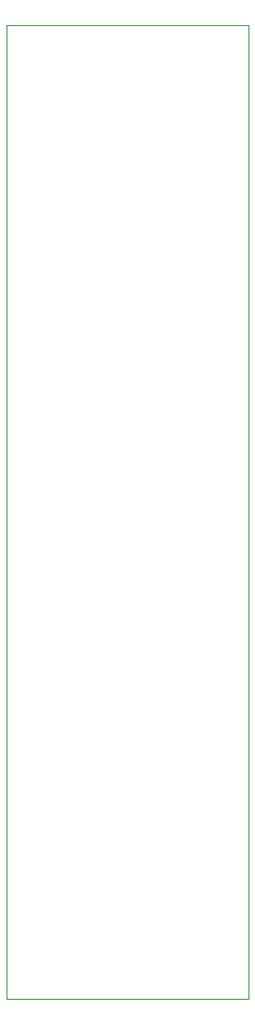
<source format=gbr>
%TF.GenerationSoftware,KiCad,Pcbnew,8.0.3*%
%TF.CreationDate,2024-06-20T16:00:29+02:00*%
%TF.ProjectId,adapter 8913-8910 long board reverse on air,61646170-7465-4722-9038-3931332d3839,rev?*%
%TF.SameCoordinates,Original*%
%TF.FileFunction,Profile,NP*%
%FSLAX46Y46*%
G04 Gerber Fmt 4.6, Leading zero omitted, Abs format (unit mm)*
G04 Created by KiCad (PCBNEW 8.0.3) date 2024-06-20 16:00:29*
%MOMM*%
%LPD*%
G01*
G04 APERTURE LIST*
%TA.AperFunction,Profile*%
%ADD10C,0.100000*%
%TD*%
G04 APERTURE END LIST*
D10*
X161400000Y-58500000D02*
X183400000Y-58500000D01*
X183400000Y-147000000D01*
X161400000Y-147000000D01*
X161400000Y-58500000D01*
M02*

</source>
